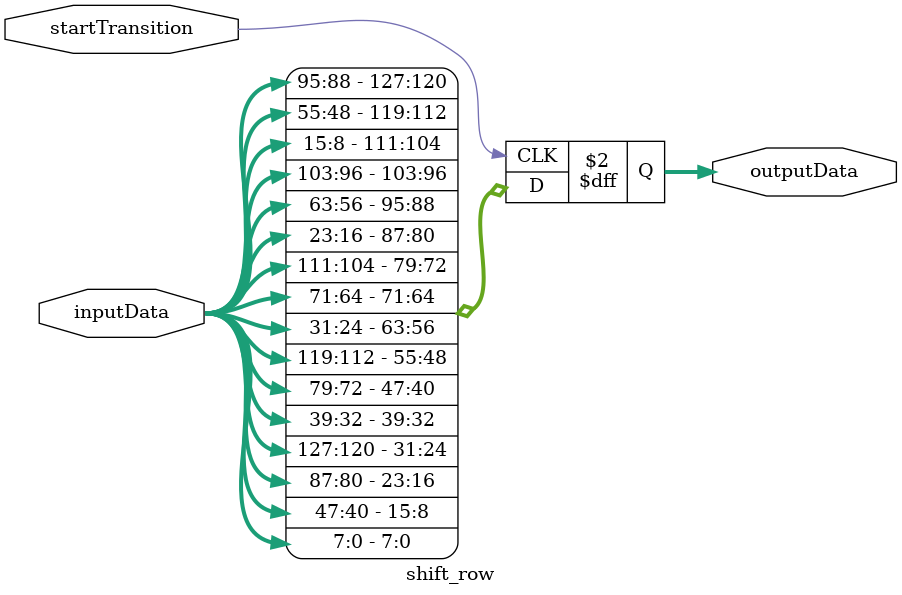
<source format=v>


module shift_row(
	input [127:0] inputData,
	input startTransition,
	output reg [127:0] outputData
);

always @(posedge startTransition) begin 
	outputData = {inputData[95:88],	 inputData[55:48],
					  inputData[15:8],	 inputData[103:96],
			    	  inputData[63:56],   inputData[23:16],
					  inputData[111:104], inputData[71:64],
			  	     inputData[31:24],   inputData[119:112],
					  inputData[79:72],	 inputData[39:32],
					  inputData[127:120], inputData[87:80],
					  inputData[47:40],   inputData[7:0]
					 };
end
endmodule

</source>
